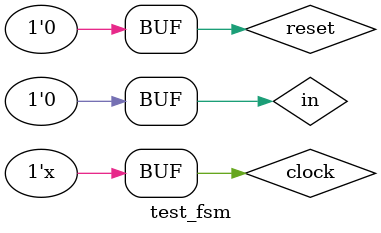
<source format=v>
module test_fsm; 

reg clock, reset, in;
wire out;

  my_fsm U0 ( 
  .clock (clock),
  .reset (reset),
  .in    (in),
  .out  (out) 
  ); 
   
 
initial begin
  clock = 1;
  reset = 1;
  in = 0;
  $display("Starting simulation...");
  reset = 0;
#2;
  if (out !== 1'b0) $display("Failed1"); 
  
  in=0;
  #2;
  if (out !== 1'b0) $display("Failed2"); 
  
  in=1;
  #2;
  if (out !== 1'b0) $display("Failed3"); 
  
  in=1;
  #2;
  if (out !== 1'b1) $display("Failed4"); 
  
  in=1;
  #2;
  if (out !== 1'b0) $display("Failed5"); 
  
    in=0;
  #2;
  if (out !== 1'b0) $display("Failed6"); 
  
  in=0;
  #2;
  if (out !== 1'b1) $display("Failed7"); 
  
    in=0;
  #2;
  if (out !== 1'b0) $display("Failed8"); 
  
  in=1;
  #2;
  if (out !== 1'b1) $display("Failed9"); 
  
    in=1;
  #2;
	if (out !== 1'b1) $display("Failed10");   
	
  in=0;
  #2;
  if (out !== 1'b1) $display("Failed11"); 
  
	in=1;
  #2;
  if (out !== 1'b1) $display("Failed12"); 
  
  	in=0;
  #2;
  if (out !== 1'b0) $display("Failed13"); 
  	in=0;
  #2;
  if (out !== 1'b0) $display("Failed14"); 
  in=0;
  #2;
  if (out !== 1'b0) $display("Failed15"); 
  in=1;
  #2;
  if (out !== 1'b0) $display("Failed16"); 
  in=0;
  #2;
  if (out !== 1'b0) $display("Failed17"); 
  in=0;
  #2;
  if (out !== 1'b1) $display("Failed18"); 
  in=1;
  #2;
  if (out !== 1'b1) $display("Failed19"); 
  in=0;
  #2;
  if (out !== 1'b0) $display("Failed20"); 
  $display("Done...");
end 
  

always begin
   #1 clock = !clock;
end
   
endmodule

</source>
